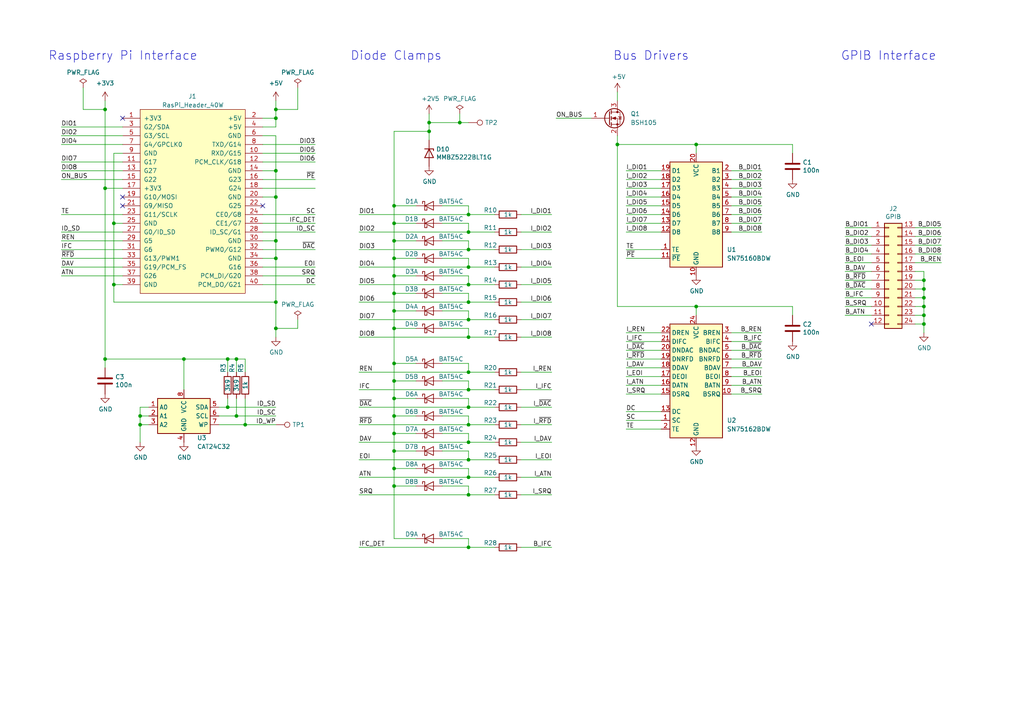
<source format=kicad_sch>
(kicad_sch (version 20211123) (generator eeschema)
  (paper "A4")
  (title_block (title "Raspberry Pi GPIB µHAT") (date "2019-05-17") (rev "0.2") (company "© 2022 Sam Hanes. Licensed under CERN OHL v1.2.") (comment 1 "https://github.com/Elemecca/rpi-gpib"))
  (lib_symbols
    (symbol "Connector:TestPoint" (pin_numbers hide) (pin_names (offset 0.762) hide)
      (property "Reference" "TP" (at 0 6.858 0))
      (property "Value" "TestPoint" (at 0 5.08 0))
      (symbol "TestPoint_1_1"
        (pin passive line (at 0 0 90) (length 2.54) (name "1") (number "1"))
      )
    )
    (symbol "Connector_Generic:Conn_02x12_Top_Bottom" (pin_names (offset 1.016) hide)
      (property "Reference" "J" (at 1.27 15.24 0))
      (property "Value" "Conn_02x12_Top_Bottom" (at 1.27 -17.78 0))
      (symbol "Conn_02x12_Top_Bottom_1_1"
        (pin passive line (at -5.08 12.7 0) (length 3.81) (name "Pin_1") (number "1"))
        (pin passive line (at -5.08 -10.16 0) (length 3.81) (name "Pin_10") (number "10"))
        (pin passive line (at -5.08 -12.7 0) (length 3.81) (name "Pin_11") (number "11"))
        (pin passive line (at -5.08 -15.24 0) (length 3.81) (name "Pin_12") (number "12"))
        (pin passive line (at 7.62 12.7 180) (length 3.81) (name "Pin_13") (number "13"))
        (pin passive line (at 7.62 10.16 180) (length 3.81) (name "Pin_14") (number "14"))
        (pin passive line (at 7.62 7.62 180) (length 3.81) (name "Pin_15") (number "15"))
        (pin passive line (at 7.62 5.08 180) (length 3.81) (name "Pin_16") (number "16"))
        (pin passive line (at 7.62 2.54 180) (length 3.81) (name "Pin_17") (number "17"))
        (pin passive line (at 7.62 0 180) (length 3.81) (name "Pin_18") (number "18"))
        (pin passive line (at 7.62 -2.54 180) (length 3.81) (name "Pin_19") (number "19"))
        (pin passive line (at -5.08 10.16 0) (length 3.81) (name "Pin_2") (number "2"))
        (pin passive line (at 7.62 -5.08 180) (length 3.81) (name "Pin_20") (number "20"))
        (pin passive line (at 7.62 -7.62 180) (length 3.81) (name "Pin_21") (number "21"))
        (pin passive line (at 7.62 -10.16 180) (length 3.81) (name "Pin_22") (number "22"))
        (pin passive line (at 7.62 -12.7 180) (length 3.81) (name "Pin_23") (number "23"))
        (pin passive line (at 7.62 -15.24 180) (length 3.81) (name "Pin_24") (number "24"))
        (pin passive line (at -5.08 7.62 0) (length 3.81) (name "Pin_3") (number "3"))
        (pin passive line (at -5.08 5.08 0) (length 3.81) (name "Pin_4") (number "4"))
        (pin passive line (at -5.08 2.54 0) (length 3.81) (name "Pin_5") (number "5"))
        (pin passive line (at -5.08 0 0) (length 3.81) (name "Pin_6") (number "6"))
        (pin passive line (at -5.08 -2.54 0) (length 3.81) (name "Pin_7") (number "7"))
        (pin passive line (at -5.08 -5.08 0) (length 3.81) (name "Pin_8") (number "8"))
        (pin passive line (at -5.08 -7.62 0) (length 3.81) (name "Pin_9") (number "9"))
      )
    )
    (symbol "Device:C" (pin_numbers hide) (pin_names (offset 0.254))
      (property "Reference" "C" (at 0.635 2.54 0))
      (property "Value" "C" (at 0.635 -2.54 0))
      (symbol "C_1_1"
        (pin passive line (at 0 3.81 270) (length 2.794) (name "~") (number "1"))
        (pin passive line (at 0 -3.81 90) (length 2.794) (name "~") (number "2"))
      )
    )
    (symbol "Device:D_Zener" (pin_numbers hide) (pin_names (offset 1.016) hide)
      (property "Reference" "D" (at 0 2.54 0))
      (property "Value" "D_Zener" (at 0 -2.54 0))
      (symbol "D_Zener_1_1"
        (pin passive line (at -3.81 0 0) (length 2.54) (name "K") (number "1"))
        (pin passive line (at 3.81 0 180) (length 2.54) (name "A") (number "2"))
      )
    )
    (symbol "Device:R" (pin_numbers hide) (pin_names (offset 0))
      (property "Reference" "R" (at 2.032 0 90))
      (property "Value" "R" (at 0 0 90))
      (symbol "R_1_1"
        (pin passive line (at 0 3.81 270) (length 1.27) (name "~") (number "1"))
        (pin passive line (at 0 -3.81 90) (length 1.27) (name "~") (number "2"))
      )
    )
    (symbol "Interface:SN75160BDW"
      (property "Reference" "U" (at -3.81 19.05 0))
      (property "Value" "SN75160BDW" (at -8.89 16.51 0))
      (symbol "SN75160BDW_1_1"
        (pin input line (at -10.16 -10.16 0) (length 2.54) (name "TE") (number "1"))
        (pin power_in line (at 0 -17.78 90) (length 2.54) (name "GND") (number "10"))
        (pin input line (at -10.16 -12.7 0) (length 2.54) (name "~{PE}") (number "11"))
        (pin bidirectional line (at -10.16 -5.08 0) (length 2.54) (name "D8") (number "12"))
        (pin bidirectional line (at -10.16 -2.54 0) (length 2.54) (name "D7") (number "13"))
        (pin bidirectional line (at -10.16 0 0) (length 2.54) (name "D6") (number "14"))
        (pin bidirectional line (at -10.16 2.54 0) (length 2.54) (name "D5") (number "15"))
        (pin bidirectional line (at -10.16 5.08 0) (length 2.54) (name "D4") (number "16"))
        (pin bidirectional line (at -10.16 7.62 0) (length 2.54) (name "D3") (number "17"))
        (pin bidirectional line (at -10.16 10.16 0) (length 2.54) (name "D2") (number "18"))
        (pin bidirectional line (at -10.16 12.7 0) (length 2.54) (name "D1") (number "19"))
        (pin bidirectional line (at 10.16 12.7 180) (length 2.54) (name "B1") (number "2"))
        (pin power_in line (at 0 17.78 270) (length 2.54) (name "VCC") (number "20"))
        (pin bidirectional line (at 10.16 10.16 180) (length 2.54) (name "B2") (number "3"))
        (pin bidirectional line (at 10.16 7.62 180) (length 2.54) (name "B3") (number "4"))
        (pin bidirectional line (at 10.16 5.08 180) (length 2.54) (name "B4") (number "5"))
        (pin bidirectional line (at 10.16 2.54 180) (length 2.54) (name "B5") (number "6"))
        (pin bidirectional line (at 10.16 0 180) (length 2.54) (name "B6") (number "7"))
        (pin bidirectional line (at 10.16 -2.54 180) (length 2.54) (name "B7") (number "8"))
        (pin bidirectional line (at 10.16 -5.08 180) (length 2.54) (name "B8") (number "9"))
      )
    )
    (symbol "Memory_EEPROM:CAT24C128"
      (property "Reference" "U" (at -6.35 6.35 0))
      (property "Value" "CAT24C128" (at 1.27 6.35 0))
      (symbol "CAT24C128_1_1"
        (pin input line (at -10.16 2.54 0) (length 2.54) (name "A0") (number "1"))
        (pin input line (at -10.16 0 0) (length 2.54) (name "A1") (number "2"))
        (pin input line (at -10.16 -2.54 0) (length 2.54) (name "A2") (number "3"))
        (pin power_in line (at 0 -7.62 90) (length 2.54) (name "GND") (number "4"))
        (pin bidirectional line (at 10.16 2.54 180) (length 2.54) (name "SDA") (number "5"))
        (pin input line (at 10.16 0 180) (length 2.54) (name "SCL") (number "6"))
        (pin input line (at 10.16 -2.54 180) (length 2.54) (name "WP") (number "7"))
        (pin power_in line (at 0 7.62 270) (length 2.54) (name "VCC") (number "8"))
      )
    )
    (symbol "Transistor_FET:BSS138" (pin_names hide)
      (property "Reference" "Q" (at 5.08 1.905 0))
      (property "Value" "BSS138" (at 5.08 0 0))
      (symbol "BSS138_1_1"
        (pin input line (at -5.08 0 0) (length 2.54) (name "G") (number "1"))
        (pin passive line (at 2.54 -5.08 90) (length 2.54) (name "S") (number "2"))
        (pin passive line (at 2.54 5.08 270) (length 2.54) (name "D") (number "3"))
      )
    )
    (symbol "local:D_Schottky_x2_KCom_AAK_Split" (pin_numbers hide) (pin_names (offset 1.016) hide)
      (property "Reference" "D" (at 0 2.54 0))
      (property "Value" "D_Schottky_x2_KCom_AAK_Split" (at 0 -2.54 0))
      (symbol "D_Schottky_x2_KCom_AAK_Split_1_1"
        (pin passive line (at 3.81 0 180) (length 2.54) (name "A") (number "1"))
        (pin passive line (at -3.81 0 0) (length 2.54) (name "K") (number "3"))
      )
      (symbol "D_Schottky_x2_KCom_AAK_Split_2_1"
        (pin passive line (at 3.81 0 180) (length 2.54) (name "A") (number "2"))
        (pin passive line (at -3.81 0 0) (length 2.54) (name "K") (number "3"))
      )
    )
    (symbol "local:RasPi_Header_40W" (pin_names (offset 1.016))
      (property "Reference" "J" (at 0 12.7 0))
      (property "Value" "RasPi_Header_40W" (at 0 -45.72 0))
      (symbol "RasPi_Header_40W_1_1"
        (pin passive line (at -20.32 7.62 0) (length 5.08) (name "+3V3") (number "1"))
        (pin tri_state line (at 20.32 -2.54 180) (length 5.08) (name "RXD/G15") (number "10"))
        (pin tri_state line (at -20.32 -5.08 0) (length 5.08) (name "G17") (number "11"))
        (pin tri_state line (at 20.32 -5.08 180) (length 5.08) (name "PCM_CLK/G18") (number "12"))
        (pin tri_state line (at -20.32 -7.62 0) (length 5.08) (name "G27") (number "13"))
        (pin passive line (at 20.32 -7.62 180) (length 5.08) (name "GND") (number "14"))
        (pin tri_state line (at -20.32 -10.16 0) (length 5.08) (name "G22") (number "15"))
        (pin tri_state line (at 20.32 -10.16 180) (length 5.08) (name "G23") (number "16"))
        (pin passive line (at -20.32 -12.7 0) (length 5.08) (name "+3V3") (number "17"))
        (pin tri_state line (at 20.32 -12.7 180) (length 5.08) (name "G24") (number "18"))
        (pin tri_state line (at -20.32 -15.24 0) (length 5.08) (name "G10/MOSI") (number "19"))
        (pin passive line (at 20.32 7.62 180) (length 5.08) (name "+5V") (number "2"))
        (pin passive line (at 20.32 -15.24 180) (length 5.08) (name "GND") (number "20"))
        (pin tri_state line (at -20.32 -17.78 0) (length 5.08) (name "G9/MISO") (number "21"))
        (pin tri_state line (at 20.32 -17.78 180) (length 5.08) (name "G25") (number "22"))
        (pin tri_state line (at -20.32 -20.32 0) (length 5.08) (name "G11/SCLK") (number "23"))
        (pin tri_state line (at 20.32 -20.32 180) (length 5.08) (name "CE0/G8") (number "24"))
        (pin passive line (at -20.32 -22.86 0) (length 5.08) (name "GND") (number "25"))
        (pin tri_state line (at 20.32 -22.86 180) (length 5.08) (name "CE1/G7") (number "26"))
        (pin tri_state line (at -20.32 -25.4 0) (length 5.08) (name "G0/ID_SD") (number "27"))
        (pin tri_state line (at 20.32 -25.4 180) (length 5.08) (name "ID_SC/G1") (number "28"))
        (pin tri_state line (at -20.32 -27.94 0) (length 5.08) (name "G5") (number "29"))
        (pin tri_state line (at -20.32 5.08 0) (length 5.08) (name "G2/SDA") (number "3"))
        (pin passive line (at 20.32 -27.94 180) (length 5.08) (name "GND") (number "30"))
        (pin tri_state line (at -20.32 -30.48 0) (length 5.08) (name "G6") (number "31"))
        (pin tri_state line (at 20.32 -30.48 180) (length 5.08) (name "PWM0/G12") (number "32"))
        (pin tri_state line (at -20.32 -33.02 0) (length 5.08) (name "G13/PWM1") (number "33"))
        (pin passive line (at 20.32 -33.02 180) (length 5.08) (name "GND") (number "34"))
        (pin tri_state line (at -20.32 -35.56 0) (length 5.08) (name "G19/PCM_FS") (number "35"))
        (pin tri_state line (at 20.32 -35.56 180) (length 5.08) (name "G16") (number "36"))
        (pin tri_state line (at -20.32 -38.1 0) (length 5.08) (name "G26") (number "37"))
        (pin tri_state line (at 20.32 -38.1 180) (length 5.08) (name "PCM_DI/G20") (number "38"))
        (pin passive line (at -20.32 -40.64 0) (length 5.08) (name "GND") (number "39"))
        (pin passive line (at 20.32 5.08 180) (length 5.08) (name "+5V") (number "4"))
        (pin tri_state line (at 20.32 -40.64 180) (length 5.08) (name "PCM_DO/G21") (number "40"))
        (pin tri_state line (at -20.32 2.54 0) (length 5.08) (name "G3/SCL") (number "5"))
        (pin passive line (at 20.32 2.54 180) (length 5.08) (name "GND") (number "6"))
        (pin tri_state line (at -20.32 0 0) (length 5.08) (name "G4/GPCLK0") (number "7"))
        (pin tri_state line (at 20.32 0 180) (length 5.08) (name "TXD/G14") (number "8"))
        (pin passive line (at -20.32 -2.54 0) (length 5.08) (name "GND") (number "9"))
      )
    )
    (symbol "local:SN75162BDW"
      (property "Reference" "U" (at -3.81 19.05 0))
      (property "Value" "SN75162BDW" (at -8.89 16.51 0))
      (symbol "SN75162BDW_1_1"
        (pin input line (at -10.16 -12.7 0) (length 2.54) (name "SC") (number "1"))
        (pin bidirectional line (at 10.16 -5.08 180) (length 2.54) (name "BSRQ") (number "10"))
        (pin no_connect line (at 10.16 -10.16 180) (length 2.54) hide (name "~") (number "11"))
        (pin power_in line (at 0 -20.32 90) (length 2.54) (name "GND") (number "12"))
        (pin input line (at -10.16 -10.16 0) (length 2.54) (name "DC") (number "13"))
        (pin no_connect line (at 10.16 -12.7 180) (length 2.54) hide (name "~") (number "14"))
        (pin bidirectional line (at -10.16 -5.08 0) (length 2.54) (name "DSRQ") (number "15"))
        (pin bidirectional line (at -10.16 -2.54 0) (length 2.54) (name "DATN") (number "16"))
        (pin bidirectional line (at -10.16 0 0) (length 2.54) (name "DEOI") (number "17"))
        (pin bidirectional line (at -10.16 2.54 0) (length 2.54) (name "DDAV") (number "18"))
        (pin bidirectional line (at -10.16 5.08 0) (length 2.54) (name "DNRFD") (number "19"))
        (pin input line (at -10.16 -15.24 0) (length 2.54) (name "TE") (number "2"))
        (pin bidirectional line (at -10.16 7.62 0) (length 2.54) (name "DNDAC") (number "20"))
        (pin bidirectional line (at -10.16 10.16 0) (length 2.54) (name "DIFC") (number "21"))
        (pin bidirectional line (at -10.16 12.7 0) (length 2.54) (name "DREN") (number "22"))
        (pin no_connect line (at 10.16 -15.24 180) (length 2.54) hide (name "~") (number "23"))
        (pin power_in line (at 0 17.78 270) (length 2.54) (name "VCC") (number "24"))
        (pin bidirectional line (at 10.16 12.7 180) (length 2.54) (name "BREN") (number "3"))
        (pin bidirectional line (at 10.16 10.16 180) (length 2.54) (name "BIFC") (number "4"))
        (pin bidirectional line (at 10.16 7.62 180) (length 2.54) (name "BNDAC") (number "5"))
        (pin bidirectional line (at 10.16 5.08 180) (length 2.54) (name "BNRFD") (number "6"))
        (pin bidirectional line (at 10.16 2.54 180) (length 2.54) (name "BDAV") (number "7"))
        (pin bidirectional line (at 10.16 0 180) (length 2.54) (name "BEOI") (number "8"))
        (pin bidirectional line (at 10.16 -2.54 180) (length 2.54) (name "BATN") (number "9"))
      )
    )
    (symbol "power:+2V5" (power) (pin_names (offset 0))
      (property "Value" "+2V5" (at 0 3.556 0))
      (symbol "+2V5_1_1"
        (pin power_in line (at 0 0 90) (length 0) hide (name "+2V5") (number "1"))
      )
    )
    (symbol "power:+3V3" (power) (pin_names (offset 0))
      (property "Value" "+3V3" (at 0 3.556 0))
      (symbol "+3V3_1_1"
        (pin power_in line (at 0 0 90) (length 0) hide (name "+3V3") (number "1"))
      )
    )
    (symbol "power:+5V" (power) (pin_names (offset 0))
      (property "Value" "+5V" (at 0 3.556 0))
      (symbol "+5V_1_1"
        (pin power_in line (at 0 0 90) (length 0) hide (name "+5V") (number "1"))
      )
    )
    (symbol "power:GND" (power) (pin_names (offset 0))
      (property "Value" "GND" (at 0 -3.81 0))
      (symbol "GND_1_1"
        (pin power_in line (at 0 0 270) (length 0) hide (name "GND") (number "1"))
      )
    )
    (symbol "power:PWR_FLAG" (power) (pin_numbers hide) (pin_names (offset 0) hide)
      (property "Value" "PWR_FLAG" (at 0 3.81 0))
      (symbol "PWR_FLAG_0_0"
        (pin power_out line (at 0 0 90) (length 0) (name "pwr") (number "1"))
      )
    )
  )
  (junction (at 33.02 64.77))
  (junction (at 40.64 120.65))
  (junction (at 80.01 57.15))
  (junction (at 135.89 97.79))
  (junction (at 267.97 86.36))
  (junction (at 135.89 113.03))
  (junction (at 135.89 62.23))
  (junction (at 133.35 35.56))
  (junction (at 124.46 35.56))
  (junction (at 30.48 31.75))
  (junction (at 135.89 107.95))
  (junction (at 114.3 85.09))
  (junction (at 114.3 59.69))
  (junction (at 66.04 104.14))
  (junction (at 135.89 87.63))
  (junction (at 267.97 88.9))
  (junction (at 114.3 135.89))
  (junction (at 201.93 88.9))
  (junction (at 80.01 69.85))
  (junction (at 114.3 125.73))
  (junction (at 201.93 41.91))
  (junction (at 135.89 123.19))
  (junction (at 80.01 34.29))
  (junction (at 53.34 104.14))
  (junction (at 267.97 91.44))
  (junction (at 80.01 49.53))
  (junction (at 267.97 93.98))
  (junction (at 80.01 87.63))
  (junction (at 135.89 143.51))
  (junction (at 33.02 82.55))
  (junction (at 114.3 130.81))
  (junction (at 114.3 80.01))
  (junction (at 66.04 118.11))
  (junction (at 124.46 38.1))
  (junction (at 68.58 120.65))
  (junction (at 80.01 95.25))
  (junction (at 135.89 133.35))
  (junction (at 179.07 41.91))
  (junction (at 114.3 140.97))
  (junction (at 80.01 74.93))
  (junction (at 68.58 104.14))
  (junction (at 135.89 82.55))
  (junction (at 135.89 138.43))
  (junction (at 30.48 54.61))
  (junction (at 135.89 158.75))
  (junction (at 114.3 69.85))
  (junction (at 40.64 123.19))
  (junction (at 135.89 128.27))
  (junction (at 114.3 95.25))
  (junction (at 267.97 81.28))
  (junction (at 71.12 123.19))
  (junction (at 114.3 105.41))
  (junction (at 114.3 64.77))
  (junction (at 114.3 120.65))
  (junction (at 80.01 31.75))
  (junction (at 135.89 72.39))
  (junction (at 135.89 77.47))
  (junction (at 135.89 118.11))
  (junction (at 114.3 115.57))
  (junction (at 114.3 110.49))
  (junction (at 135.89 92.71))
  (junction (at 114.3 74.93))
  (junction (at 267.97 83.82))
  (junction (at 135.89 67.31))
  (junction (at 114.3 90.17))
  (junction (at 30.48 104.14))
  (no_connect (at 252.73 93.98))
  (no_connect (at 35.56 34.29))
  (no_connect (at 76.2 59.69))
  (no_connect (at 35.56 59.69))
  (no_connect (at 35.56 57.15))
  (wire (pts (xy 24.13 25.4) (xy 24.13 31.75)))
  (wire (pts (xy 104.14 138.43) (xy 135.89 138.43)))
  (wire (pts (xy 114.3 135.89) (xy 114.3 140.97)))
  (wire (pts (xy 212.09 49.53) (xy 220.98 49.53)))
  (wire (pts (xy 104.14 67.31) (xy 135.89 67.31)))
  (wire (pts (xy 114.3 85.09) (xy 114.3 90.17)))
  (wire (pts (xy 104.14 92.71) (xy 135.89 92.71)))
  (wire (pts (xy 135.89 107.95) (xy 143.51 107.95)))
  (wire (pts (xy 212.09 99.06) (xy 220.98 99.06)))
  (wire (pts (xy 128.27 74.93) (xy 135.89 74.93)))
  (wire (pts (xy 212.09 96.52) (xy 220.98 96.52)))
  (wire (pts (xy 80.01 31.75) (xy 80.01 34.29)))
  (wire (pts (xy 120.65 125.73) (xy 114.3 125.73)))
  (wire (pts (xy 63.5 120.65) (xy 68.58 120.65)))
  (wire (pts (xy 135.89 95.25) (xy 135.89 97.79)))
  (wire (pts (xy 135.89 118.11) (xy 143.51 118.11)))
  (wire (pts (xy 76.2 77.47) (xy 91.44 77.47)))
  (wire (pts (xy 135.89 158.75) (xy 143.51 158.75)))
  (wire (pts (xy 120.65 90.17) (xy 114.3 90.17)))
  (wire (pts (xy 128.27 110.49) (xy 135.89 110.49)))
  (wire (pts (xy 76.2 52.07) (xy 91.44 52.07)))
  (wire (pts (xy 76.2 67.31) (xy 91.44 67.31)))
  (wire (pts (xy 135.89 82.55) (xy 143.51 82.55)))
  (wire (pts (xy 120.65 85.09) (xy 114.3 85.09)))
  (wire (pts (xy 135.89 72.39) (xy 143.51 72.39)))
  (wire (pts (xy 135.89 69.85) (xy 135.89 72.39)))
  (wire (pts (xy 181.61 62.23) (xy 191.77 62.23)))
  (wire (pts (xy 80.01 39.37) (xy 80.01 49.53)))
  (wire (pts (xy 265.43 68.58) (xy 273.05 68.58)))
  (wire (pts (xy 40.64 118.11) (xy 40.64 120.65)))
  (wire (pts (xy 151.13 143.51) (xy 160.02 143.51)))
  (wire (pts (xy 191.77 111.76) (xy 181.61 111.76)))
  (wire (pts (xy 181.61 67.31) (xy 191.77 67.31)))
  (wire (pts (xy 265.43 88.9) (xy 267.97 88.9)))
  (wire (pts (xy 33.02 82.55) (xy 33.02 87.63)))
  (wire (pts (xy 151.13 133.35) (xy 160.02 133.35)))
  (wire (pts (xy 40.64 120.65) (xy 40.64 123.19)))
  (wire (pts (xy 252.73 66.04) (xy 245.11 66.04)))
  (wire (pts (xy 17.78 36.83) (xy 35.56 36.83)))
  (wire (pts (xy 267.97 91.44) (xy 267.97 93.98)))
  (wire (pts (xy 128.27 85.09) (xy 135.89 85.09)))
  (wire (pts (xy 76.2 34.29) (xy 80.01 34.29)))
  (wire (pts (xy 40.64 123.19) (xy 40.64 128.27)))
  (wire (pts (xy 76.2 41.91) (xy 91.44 41.91)))
  (wire (pts (xy 135.89 133.35) (xy 143.51 133.35)))
  (wire (pts (xy 124.46 35.56) (xy 124.46 33.02)))
  (wire (pts (xy 76.2 57.15) (xy 80.01 57.15)))
  (wire (pts (xy 191.77 119.38) (xy 181.61 119.38)))
  (wire (pts (xy 252.73 71.12) (xy 245.11 71.12)))
  (wire (pts (xy 212.09 106.68) (xy 220.98 106.68)))
  (wire (pts (xy 128.27 80.01) (xy 135.89 80.01)))
  (wire (pts (xy 135.89 87.63) (xy 143.51 87.63)))
  (wire (pts (xy 201.93 88.9) (xy 201.93 91.44)))
  (wire (pts (xy 252.73 68.58) (xy 245.11 68.58)))
  (wire (pts (xy 181.61 74.93) (xy 191.77 74.93)))
  (wire (pts (xy 212.09 114.3) (xy 220.98 114.3)))
  (wire (pts (xy 76.2 36.83) (xy 80.01 36.83)))
  (wire (pts (xy 114.3 38.1) (xy 124.46 38.1)))
  (wire (pts (xy 128.27 130.81) (xy 135.89 130.81)))
  (wire (pts (xy 135.89 92.71) (xy 143.51 92.71)))
  (wire (pts (xy 179.07 41.91) (xy 201.93 41.91)))
  (wire (pts (xy 80.01 87.63) (xy 80.01 95.25)))
  (wire (pts (xy 212.09 59.69) (xy 220.98 59.69)))
  (wire (pts (xy 252.73 83.82) (xy 245.11 83.82)))
  (wire (pts (xy 33.02 64.77) (xy 33.02 82.55)))
  (wire (pts (xy 35.56 44.45) (xy 33.02 44.45)))
  (wire (pts (xy 135.89 138.43) (xy 143.51 138.43)))
  (wire (pts (xy 71.12 123.19) (xy 71.12 115.57)))
  (wire (pts (xy 76.2 80.01) (xy 91.44 80.01)))
  (wire (pts (xy 135.89 123.19) (xy 143.51 123.19)))
  (wire (pts (xy 66.04 118.11) (xy 66.04 115.57)))
  (wire (pts (xy 76.2 46.99) (xy 91.44 46.99)))
  (wire (pts (xy 212.09 64.77) (xy 220.98 64.77)))
  (wire (pts (xy 17.78 62.23) (xy 35.56 62.23)))
  (wire (pts (xy 80.01 29.21) (xy 80.01 31.75)))
  (wire (pts (xy 104.14 133.35) (xy 135.89 133.35)))
  (wire (pts (xy 151.13 128.27) (xy 160.02 128.27)))
  (wire (pts (xy 151.13 107.95) (xy 160.02 107.95)))
  (wire (pts (xy 265.43 71.12) (xy 273.05 71.12)))
  (wire (pts (xy 252.73 88.9) (xy 245.11 88.9)))
  (wire (pts (xy 229.87 44.45) (xy 229.87 41.91)))
  (wire (pts (xy 68.58 104.14) (xy 71.12 104.14)))
  (wire (pts (xy 135.89 135.89) (xy 135.89 138.43)))
  (wire (pts (xy 114.3 120.65) (xy 114.3 125.73)))
  (wire (pts (xy 104.14 97.79) (xy 135.89 97.79)))
  (wire (pts (xy 80.01 74.93) (xy 80.01 87.63)))
  (wire (pts (xy 33.02 44.45) (xy 33.02 64.77)))
  (wire (pts (xy 114.3 130.81) (xy 114.3 135.89)))
  (wire (pts (xy 104.14 82.55) (xy 135.89 82.55)))
  (wire (pts (xy 114.3 140.97) (xy 114.3 156.21)))
  (wire (pts (xy 212.09 54.61) (xy 220.98 54.61)))
  (wire (pts (xy 135.89 110.49) (xy 135.89 113.03)))
  (wire (pts (xy 114.3 90.17) (xy 114.3 95.25)))
  (wire (pts (xy 151.13 118.11) (xy 160.02 118.11)))
  (wire (pts (xy 191.77 124.46) (xy 181.61 124.46)))
  (wire (pts (xy 181.61 57.15) (xy 191.77 57.15)))
  (wire (pts (xy 181.61 64.77) (xy 191.77 64.77)))
  (wire (pts (xy 212.09 109.22) (xy 220.98 109.22)))
  (wire (pts (xy 120.65 74.93) (xy 114.3 74.93)))
  (wire (pts (xy 35.56 64.77) (xy 33.02 64.77)))
  (wire (pts (xy 120.65 105.41) (xy 114.3 105.41)))
  (wire (pts (xy 191.77 114.3) (xy 181.61 114.3)))
  (wire (pts (xy 128.27 64.77) (xy 135.89 64.77)))
  (wire (pts (xy 179.07 88.9) (xy 201.93 88.9)))
  (wire (pts (xy 40.64 120.65) (xy 43.18 120.65)))
  (wire (pts (xy 212.09 57.15) (xy 220.98 57.15)))
  (wire (pts (xy 80.01 31.75) (xy 86.36 31.75)))
  (wire (pts (xy 114.3 115.57) (xy 114.3 120.65)))
  (wire (pts (xy 135.89 113.03) (xy 143.51 113.03)))
  (wire (pts (xy 229.87 41.91) (xy 201.93 41.91)))
  (wire (pts (xy 68.58 120.65) (xy 80.01 120.65)))
  (wire (pts (xy 30.48 106.68) (xy 30.48 104.14)))
  (wire (pts (xy 17.78 41.91) (xy 35.56 41.91)))
  (wire (pts (xy 104.14 87.63) (xy 135.89 87.63)))
  (wire (pts (xy 76.2 44.45) (xy 91.44 44.45)))
  (wire (pts (xy 191.77 106.68) (xy 181.61 106.68)))
  (wire (pts (xy 181.61 49.53) (xy 191.77 49.53)))
  (wire (pts (xy 128.27 156.21) (xy 135.89 156.21)))
  (wire (pts (xy 265.43 91.44) (xy 267.97 91.44)))
  (wire (pts (xy 114.3 74.93) (xy 114.3 80.01)))
  (wire (pts (xy 128.27 105.41) (xy 135.89 105.41)))
  (wire (pts (xy 252.73 91.44) (xy 245.11 91.44)))
  (wire (pts (xy 76.2 82.55) (xy 91.44 82.55)))
  (wire (pts (xy 114.3 125.73) (xy 114.3 130.81)))
  (wire (pts (xy 120.65 59.69) (xy 114.3 59.69)))
  (wire (pts (xy 120.65 120.65) (xy 114.3 120.65)))
  (wire (pts (xy 151.13 158.75) (xy 160.02 158.75)))
  (wire (pts (xy 40.64 123.19) (xy 43.18 123.19)))
  (wire (pts (xy 151.13 62.23) (xy 160.02 62.23)))
  (wire (pts (xy 68.58 107.95) (xy 68.58 104.14)))
  (wire (pts (xy 76.2 64.77) (xy 91.44 64.77)))
  (wire (pts (xy 128.27 69.85) (xy 135.89 69.85)))
  (wire (pts (xy 104.14 77.47) (xy 135.89 77.47)))
  (wire (pts (xy 212.09 104.14) (xy 220.98 104.14)))
  (wire (pts (xy 30.48 54.61) (xy 30.48 104.14)))
  (wire (pts (xy 114.3 110.49) (xy 114.3 115.57)))
  (wire (pts (xy 66.04 118.11) (xy 80.01 118.11)))
  (wire (pts (xy 76.2 74.93) (xy 80.01 74.93)))
  (wire (pts (xy 252.73 81.28) (xy 245.11 81.28)))
  (wire (pts (xy 53.34 113.03) (xy 53.34 104.14)))
  (wire (pts (xy 161.29 34.29) (xy 171.45 34.29)))
  (wire (pts (xy 151.13 113.03) (xy 160.02 113.03)))
  (wire (pts (xy 135.89 62.23) (xy 143.51 62.23)))
  (wire (pts (xy 151.13 77.47) (xy 160.02 77.47)))
  (wire (pts (xy 265.43 83.82) (xy 267.97 83.82)))
  (wire (pts (xy 17.78 74.93) (xy 35.56 74.93)))
  (wire (pts (xy 68.58 120.65) (xy 68.58 115.57)))
  (wire (pts (xy 124.46 38.1) (xy 124.46 35.56)))
  (wire (pts (xy 76.2 72.39) (xy 91.44 72.39)))
  (wire (pts (xy 135.89 97.79) (xy 143.51 97.79)))
  (wire (pts (xy 76.2 69.85) (xy 80.01 69.85)))
  (wire (pts (xy 135.89 74.93) (xy 135.89 77.47)))
  (wire (pts (xy 135.89 128.27) (xy 143.51 128.27)))
  (wire (pts (xy 135.89 120.65) (xy 135.89 123.19)))
  (wire (pts (xy 76.2 49.53) (xy 80.01 49.53)))
  (wire (pts (xy 212.09 111.76) (xy 220.98 111.76)))
  (wire (pts (xy 135.89 77.47) (xy 143.51 77.47)))
  (wire (pts (xy 124.46 38.1) (xy 124.46 40.64)))
  (wire (pts (xy 128.27 115.57) (xy 135.89 115.57)))
  (wire (pts (xy 135.89 143.51) (xy 143.51 143.51)))
  (wire (pts (xy 30.48 31.75) (xy 24.13 31.75)))
  (wire (pts (xy 63.5 123.19) (xy 71.12 123.19)))
  (wire (pts (xy 135.89 125.73) (xy 135.89 128.27)))
  (wire (pts (xy 265.43 78.74) (xy 267.97 78.74)))
  (wire (pts (xy 135.89 67.31) (xy 143.51 67.31)))
  (wire (pts (xy 114.3 140.97) (xy 120.65 140.97)))
  (wire (pts (xy 229.87 91.44) (xy 229.87 88.9)))
  (wire (pts (xy 128.27 59.69) (xy 135.89 59.69)))
  (wire (pts (xy 76.2 54.61) (xy 91.44 54.61)))
  (wire (pts (xy 120.65 110.49) (xy 114.3 110.49)))
  (wire (pts (xy 104.14 158.75) (xy 135.89 158.75)))
  (wire (pts (xy 151.13 87.63) (xy 160.02 87.63)))
  (wire (pts (xy 151.13 123.19) (xy 160.02 123.19)))
  (wire (pts (xy 179.07 39.37) (xy 179.07 41.91)))
  (wire (pts (xy 30.48 104.14) (xy 53.34 104.14)))
  (wire (pts (xy 71.12 123.19) (xy 80.01 123.19)))
  (wire (pts (xy 120.65 135.89) (xy 114.3 135.89)))
  (wire (pts (xy 76.2 39.37) (xy 80.01 39.37)))
  (wire (pts (xy 191.77 99.06) (xy 181.61 99.06)))
  (wire (pts (xy 33.02 87.63) (xy 80.01 87.63)))
  (wire (pts (xy 17.78 46.99) (xy 35.56 46.99)))
  (wire (pts (xy 80.01 95.25) (xy 86.36 95.25)))
  (wire (pts (xy 265.43 93.98) (xy 267.97 93.98)))
  (wire (pts (xy 179.07 26.67) (xy 179.07 29.21)))
  (wire (pts (xy 128.27 140.97) (xy 135.89 140.97)))
  (wire (pts (xy 133.35 35.56) (xy 133.35 33.02)))
  (wire (pts (xy 114.3 69.85) (xy 114.3 74.93)))
  (wire (pts (xy 201.93 88.9) (xy 229.87 88.9)))
  (wire (pts (xy 80.01 57.15) (xy 80.01 69.85)))
  (wire (pts (xy 86.36 92.71) (xy 86.36 95.25)))
  (wire (pts (xy 66.04 107.95) (xy 66.04 104.14)))
  (wire (pts (xy 265.43 73.66) (xy 273.05 73.66)))
  (wire (pts (xy 86.36 31.75) (xy 86.36 25.4)))
  (wire (pts (xy 120.65 115.57) (xy 114.3 115.57)))
  (wire (pts (xy 104.14 143.51) (xy 135.89 143.51)))
  (wire (pts (xy 191.77 104.14) (xy 181.61 104.14)))
  (wire (pts (xy 191.77 101.6) (xy 181.61 101.6)))
  (wire (pts (xy 267.97 78.74) (xy 267.97 81.28)))
  (wire (pts (xy 120.65 64.77) (xy 114.3 64.77)))
  (wire (pts (xy 114.3 156.21) (xy 120.65 156.21)))
  (wire (pts (xy 43.18 118.11) (xy 40.64 118.11)))
  (wire (pts (xy 135.89 80.01) (xy 135.89 82.55)))
  (wire (pts (xy 135.89 64.77) (xy 135.89 67.31)))
  (wire (pts (xy 128.27 135.89) (xy 135.89 135.89)))
  (wire (pts (xy 135.89 105.41) (xy 135.89 107.95)))
  (wire (pts (xy 114.3 59.69) (xy 114.3 64.77)))
  (wire (pts (xy 104.14 72.39) (xy 135.89 72.39)))
  (wire (pts (xy 104.14 118.11) (xy 135.89 118.11)))
  (wire (pts (xy 252.73 86.36) (xy 245.11 86.36)))
  (wire (pts (xy 128.27 125.73) (xy 135.89 125.73)))
  (wire (pts (xy 135.89 156.21) (xy 135.89 158.75)))
  (wire (pts (xy 114.3 64.77) (xy 114.3 69.85)))
  (wire (pts (xy 252.73 73.66) (xy 245.11 73.66)))
  (wire (pts (xy 212.09 62.23) (xy 220.98 62.23)))
  (wire (pts (xy 191.77 109.22) (xy 181.61 109.22)))
  (wire (pts (xy 104.14 62.23) (xy 135.89 62.23)))
  (wire (pts (xy 17.78 39.37) (xy 35.56 39.37)))
  (wire (pts (xy 114.3 105.41) (xy 114.3 110.49)))
  (wire (pts (xy 212.09 67.31) (xy 220.98 67.31)))
  (wire (pts (xy 104.14 123.19) (xy 135.89 123.19)))
  (wire (pts (xy 267.97 93.98) (xy 267.97 96.52)))
  (wire (pts (xy 76.2 62.23) (xy 91.44 62.23)))
  (wire (pts (xy 35.56 82.55) (xy 33.02 82.55)))
  (wire (pts (xy 120.65 130.81) (xy 114.3 130.81)))
  (wire (pts (xy 179.07 41.91) (xy 179.07 88.9)))
  (wire (pts (xy 201.93 44.45) (xy 201.93 41.91)))
  (wire (pts (xy 128.27 95.25) (xy 135.89 95.25)))
  (wire (pts (xy 114.3 80.01) (xy 114.3 85.09)))
  (wire (pts (xy 267.97 81.28) (xy 267.97 83.82)))
  (wire (pts (xy 66.04 104.14) (xy 68.58 104.14)))
  (wire (pts (xy 17.78 69.85) (xy 35.56 69.85)))
  (wire (pts (xy 120.65 69.85) (xy 114.3 69.85)))
  (wire (pts (xy 17.78 52.07) (xy 35.56 52.07)))
  (wire (pts (xy 71.12 104.14) (xy 71.12 107.95)))
  (wire (pts (xy 135.89 130.81) (xy 135.89 133.35)))
  (wire (pts (xy 80.01 69.85) (xy 80.01 74.93)))
  (wire (pts (xy 17.78 49.53) (xy 35.56 49.53)))
  (wire (pts (xy 151.13 67.31) (xy 160.02 67.31)))
  (wire (pts (xy 135.89 90.17) (xy 135.89 92.71)))
  (wire (pts (xy 120.65 80.01) (xy 114.3 80.01)))
  (wire (pts (xy 128.27 90.17) (xy 135.89 90.17)))
  (wire (pts (xy 104.14 107.95) (xy 135.89 107.95)))
  (wire (pts (xy 265.43 76.2) (xy 273.05 76.2)))
  (wire (pts (xy 30.48 29.21) (xy 30.48 31.75)))
  (wire (pts (xy 265.43 86.36) (xy 267.97 86.36)))
  (wire (pts (xy 17.78 72.39) (xy 35.56 72.39)))
  (wire (pts (xy 17.78 80.01) (xy 35.56 80.01)))
  (wire (pts (xy 124.46 35.56) (xy 133.35 35.56)))
  (wire (pts (xy 128.27 120.65) (xy 135.89 120.65)))
  (wire (pts (xy 53.34 104.14) (xy 66.04 104.14)))
  (wire (pts (xy 252.73 76.2) (xy 245.11 76.2)))
  (wire (pts (xy 151.13 138.43) (xy 160.02 138.43)))
  (wire (pts (xy 104.14 128.27) (xy 135.89 128.27)))
  (wire (pts (xy 80.01 36.83) (xy 80.01 34.29)))
  (wire (pts (xy 267.97 83.82) (xy 267.97 86.36)))
  (wire (pts (xy 181.61 72.39) (xy 191.77 72.39)))
  (wire (pts (xy 267.97 86.36) (xy 267.97 88.9)))
  (wire (pts (xy 30.48 31.75) (xy 30.48 54.61)))
  (wire (pts (xy 135.89 115.57) (xy 135.89 118.11)))
  (wire (pts (xy 151.13 72.39) (xy 160.02 72.39)))
  (wire (pts (xy 135.89 85.09) (xy 135.89 87.63)))
  (wire (pts (xy 151.13 97.79) (xy 160.02 97.79)))
  (wire (pts (xy 267.97 88.9) (xy 267.97 91.44)))
  (wire (pts (xy 181.61 52.07) (xy 191.77 52.07)))
  (wire (pts (xy 181.61 59.69) (xy 191.77 59.69)))
  (wire (pts (xy 63.5 118.11) (xy 66.04 118.11)))
  (wire (pts (xy 252.73 78.74) (xy 245.11 78.74)))
  (wire (pts (xy 191.77 121.92) (xy 181.61 121.92)))
  (wire (pts (xy 151.13 92.71) (xy 160.02 92.71)))
  (wire (pts (xy 135.89 140.97) (xy 135.89 143.51)))
  (wire (pts (xy 191.77 96.52) (xy 181.61 96.52)))
  (wire (pts (xy 120.65 95.25) (xy 114.3 95.25)))
  (wire (pts (xy 17.78 77.47) (xy 35.56 77.47)))
  (wire (pts (xy 265.43 66.04) (xy 273.05 66.04)))
  (wire (pts (xy 35.56 54.61) (xy 30.48 54.61)))
  (wire (pts (xy 212.09 52.07) (xy 220.98 52.07)))
  (wire (pts (xy 265.43 81.28) (xy 267.97 81.28)))
  (wire (pts (xy 181.61 54.61) (xy 191.77 54.61)))
  (wire (pts (xy 135.89 59.69) (xy 135.89 62.23)))
  (wire (pts (xy 35.56 67.31) (xy 17.78 67.31)))
  (wire (pts (xy 212.09 101.6) (xy 220.98 101.6)))
  (wire (pts (xy 80.01 95.25) (xy 80.01 97.79)))
  (wire (pts (xy 114.3 95.25) (xy 114.3 105.41)))
  (wire (pts (xy 104.14 113.03) (xy 135.89 113.03)))
  (wire (pts (xy 80.01 49.53) (xy 80.01 57.15)))
  (wire (pts (xy 133.35 35.56) (xy 135.89 35.56)))
  (wire (pts (xy 151.13 82.55) (xy 160.02 82.55)))
  (wire (pts (xy 114.3 59.69) (xy 114.3 38.1)))
  (text "Bus Drivers" (at 177.8 17.78 0) (effects (font (size 2.54 2.54)) (justify left bottom)))
  (text "Raspberry Pi Interface" (at 13.97 17.78 0) (effects (font (size 2.54 2.54)) (justify left bottom)))
  (text "Diode Clamps" (at 101.6 17.78 0) (effects (font (size 2.54 2.54)) (justify left bottom)))
  (text "GPIB Interface" (at 243.84 17.78 0) (effects (font (size 2.54 2.54)) (justify left bottom)))
  (label "B_DIO7" (at 220.98 64.77 180))
  (label "TE" (at 181.61 72.39 0))
  (label "I_DIO3" (at 181.61 54.61 0))
  (label "I_ATN" (at 160.02 138.43 180))
  (label "I_EOI" (at 160.02 133.35 180))
  (label "~{DAC}" (at 91.44 72.39 180))
  (label "DIO4" (at 104.14 77.47 0))
  (label "I_~{DAC}" (at 181.61 101.6 0))
  (label "I_DIO1" (at 181.61 49.53 0))
  (label "I_DIO3" (at 160.02 72.39 180))
  (label "B_DIO2" (at 220.98 52.07 180))
  (label "B_DAV" (at 220.98 106.68 180))
  (label "ID_SC" (at 91.44 67.31 180))
  (label "I_DIO2" (at 160.02 67.31 180))
  (label "B_DIO1" (at 245.11 66.04 0))
  (label "ID_SD" (at 17.78 67.31 0))
  (label "ID_SD" (at 80.01 118.11 180))
  (label "ON_BUS" (at 17.78 52.07 0))
  (label "I_ATN" (at 181.61 111.76 0))
  (label "B_~{DAC}" (at 220.98 101.6 180))
  (label "I_~{DAC}" (at 160.02 118.11 180))
  (label "I_IFC" (at 181.61 99.06 0))
  (label "I_DIO5" (at 160.02 82.55 180))
  (label "REN" (at 104.14 107.95 0))
  (label "SRQ" (at 91.44 80.01 180))
  (label "B_DIO5" (at 220.98 59.69 180))
  (label "DAV" (at 104.14 128.27 0))
  (label "I_DIO5" (at 181.61 59.69 0))
  (label "I_DIO8" (at 160.02 97.79 180))
  (label "ON_BUS" (at 161.29 34.29 0))
  (label "B_DIO4" (at 220.98 57.15 180))
  (label "DIO1" (at 17.78 36.83 0))
  (label "B_ATN" (at 220.98 111.76 180))
  (label "I_DIO4" (at 160.02 77.47 180))
  (label "I_DIO2" (at 181.61 52.07 0))
  (label "ATN" (at 17.78 80.01 0))
  (label "B_DIO3" (at 220.98 54.61 180))
  (label "~{PE}" (at 91.44 52.07 180))
  (label "I_DAV" (at 181.61 106.68 0))
  (label "DIO5" (at 91.44 44.45 180))
  (label "EOI" (at 91.44 77.47 180))
  (label "B_~{DAC}" (at 245.11 83.82 0))
  (label "DIO7" (at 17.78 46.99 0))
  (label "I_IFC" (at 160.02 113.03 180))
  (label "B_IFC" (at 160.02 158.75 180))
  (label "B_DAV" (at 245.11 78.74 0))
  (label "~{DAC}" (at 104.14 118.11 0))
  (label "I_SRQ" (at 181.61 114.3 0))
  (label "B_ATN" (at 245.11 91.44 0))
  (label "ATN" (at 104.14 138.43 0))
  (label "I_DIO7" (at 181.61 64.77 0))
  (label "~{RFD}" (at 17.78 74.93 0))
  (label "B_~{RFD}" (at 220.98 104.14 180))
  (label "I_EOI" (at 181.61 109.22 0))
  (label "B_DIO8" (at 273.05 73.66 180))
  (label "B_DIO5" (at 273.05 66.04 180))
  (label "DIO2" (at 17.78 39.37 0))
  (label "DIO5" (at 104.14 82.55 0))
  (label "TE" (at 17.78 62.23 0))
  (label "B_DIO6" (at 273.05 68.58 180))
  (label "I_~{RFD}" (at 181.61 104.14 0))
  (label "IFC_DET" (at 91.44 64.77 180))
  (label "TE" (at 181.61 124.46 0))
  (label "DIO3" (at 91.44 41.91 180))
  (label "IFC_DET" (at 104.14 158.75 0))
  (label "EOI" (at 104.14 133.35 0))
  (label "IFC" (at 17.78 72.39 0))
  (label "B_DIO1" (at 220.98 49.53 180))
  (label "B_DIO4" (at 245.11 73.66 0))
  (label "I_SRQ" (at 160.02 143.51 180))
  (label "B_REN" (at 220.98 96.52 180))
  (label "DIO8" (at 17.78 49.53 0))
  (label "B_DIO3" (at 245.11 71.12 0))
  (label "DC" (at 181.61 119.38 0))
  (label "DIO4" (at 17.78 41.91 0))
  (label "DIO7" (at 104.14 92.71 0))
  (label "SC" (at 91.44 62.23 180))
  (label "B_DIO7" (at 273.05 71.12 180))
  (label "SRQ" (at 104.14 143.51 0))
  (label "B_~{RFD}" (at 245.11 81.28 0))
  (label "I_DAV" (at 160.02 128.27 180))
  (label "~{PE}" (at 181.61 74.93 0))
  (label "DIO3" (at 104.14 72.39 0))
  (label "B_SRQ" (at 245.11 88.9 0))
  (label "SC" (at 181.61 121.92 0))
  (label "B_EOI" (at 245.11 76.2 0))
  (label "REN" (at 17.78 69.85 0))
  (label "I_DIO4" (at 181.61 57.15 0))
  (label "B_EOI" (at 220.98 109.22 180))
  (label "IFC" (at 104.14 113.03 0))
  (label "DC" (at 91.44 82.55 180))
  (label "B_IFC" (at 245.11 86.36 0))
  (label "B_IFC" (at 220.98 99.06 180))
  (label "I_REN" (at 160.02 107.95 180))
  (label "B_DIO6" (at 220.98 62.23 180))
  (label "I_DIO8" (at 181.61 67.31 0))
  (label "DIO1" (at 104.14 62.23 0))
  (label "DAV" (at 17.78 77.47 0))
  (label "ID_SC" (at 80.01 120.65 180))
  (label "B_DIO2" (at 245.11 68.58 0))
  (label "B_SRQ" (at 220.98 114.3 180))
  (label "B_REN" (at 273.05 76.2 180))
  (label "I_REN" (at 181.61 96.52 0))
  (label "DIO2" (at 104.14 67.31 0))
  (label "DIO8" (at 104.14 97.79 0))
  (label "I_DIO6" (at 160.02 87.63 180))
  (label "I_DIO1" (at 160.02 62.23 180))
  (label "I_~{RFD}" (at 160.02 123.19 180))
  (label "DIO6" (at 104.14 87.63 0))
  (label "~{RFD}" (at 104.14 123.19 0))
  (label "B_DIO8" (at 220.98 67.31 180))
  (label "I_DIO6" (at 181.61 62.23 0))
  (label "DIO6" (at 91.44 46.99 180))
  (label "ID_WP" (at 80.01 123.19 180))
  (label "I_DIO7" (at 160.02 92.71 180))
  (symbol (lib_id "power:PWR_FLAG") (at 86.36 25.4 0) (unit 1)
    (property "Reference" "#FLG0101" (effects hide))
    (property "Value" "PWR_FLAG" (at 86.36 21.0058 0))
  )
  (symbol (lib_id "local:D_Schottky_x2_KCom_AAK_Split") (at 124.46 64.77 0) (unit 2)
    (property "Reference" "D1" (at 119.38 63.5 0))
    (property "Value" "BAT54C" (at 130.81 63.5 0))
    (property "Footprint" "Package_TO_SOT_SMD:SOT-23" (effects hide))
  )
  (symbol (lib_id "local:D_Schottky_x2_KCom_AAK_Split") (at 124.46 140.97 0) (unit 2)
    (property "Reference" "D8" (at 119.38 139.7 0))
    (property "Value" "BAT54C" (at 130.81 139.7 0))
    (property "Footprint" "Package_TO_SOT_SMD:SOT-23" (effects hide))
  )
  (symbol (lib_id "local:D_Schottky_x2_KCom_AAK_Split") (at 124.46 85.09 0) (unit 2)
    (property "Reference" "D3" (at 119.38 83.82 0))
    (property "Value" "BAT54C" (at 130.81 83.82 0))
    (property "Footprint" "Package_TO_SOT_SMD:SOT-23" (effects hide))
  )
  (symbol (lib_id "Device:C") (at 229.87 48.26 0) (unit 1)
    (property "Reference" "C1" (at 232.791 47.0916 0) (effects (justify left)))
    (property "Value" "100n" (at 232.791 49.403 0) (effects (justify left)))
    (property "Footprint" "Capacitor_SMD:C_0402_1005Metric" (effects hide))
  )
  (symbol (lib_id "Device:R") (at 147.32 128.27 270) (unit 1)
    (property "Reference" "R24" (at 142.24 127 90))
    (property "Value" "1k" (at 147.32 128.27 90))
    (property "Footprint" "Resistor_SMD:R_0402_1005Metric" (effects hide))
  )
  (symbol (lib_id "power:GND") (at 229.87 99.06 0) (unit 1)
    (property "Reference" "#PWR0116" (effects hide))
    (property "Value" "GND" (at 229.997 103.4542 0))
  )
  (symbol (lib_id "Device:R") (at 68.58 111.76 180) (unit 1)
    (property "Reference" "R4" (at 67.31 105.41 90) (effects (justify left)))
    (property "Value" "3k9" (at 68.58 111.76 90))
    (property "Footprint" "Resistor_SMD:R_0402_1005Metric" (effects hide))
  )
  (symbol (lib_id "Transistor_FET:BSS138") (at 176.53 34.29 0) (unit 1)
    (property "Reference" "Q1" (at 182.88 33.0199 0) (effects (justify left)))
    (property "Value" "BSH105" (at 182.88 35.5599 0) (effects (justify left)))
    (property "Footprint" "Package_TO_SOT_SMD:SOT-23" (effects hide))
    (property "Datasheet" "https://www.onsemi.com/pub/Collateral/BSS138-D.PDF" (effects hide))
  )
  (symbol (lib_id "local:D_Schottky_x2_KCom_AAK_Split") (at 124.46 80.01 0) (unit 1)
    (property "Reference" "D3" (at 119.38 78.74 0))
    (property "Value" "BAT54C" (at 130.81 78.74 0))
    (property "Footprint" "Package_TO_SOT_SMD:SOT-23" (effects hide))
  )
  (symbol (lib_id "Device:R") (at 147.32 107.95 270) (unit 1)
    (property "Reference" "R20" (at 142.24 106.68 90))
    (property "Value" "1k" (at 147.32 107.95 90))
    (property "Footprint" "Resistor_SMD:R_0402_1005Metric" (effects hide))
  )
  (symbol (lib_id "local:D_Schottky_x2_KCom_AAK_Split") (at 124.46 90.17 0) (unit 1)
    (property "Reference" "D4" (at 119.38 88.9 0))
    (property "Value" "BAT54C" (at 130.81 88.9 0))
    (property "Footprint" "Package_TO_SOT_SMD:SOT-23" (effects hide))
  )
  (symbol (lib_id "Device:R") (at 71.12 111.76 180) (unit 1)
    (property "Reference" "R5" (at 69.85 105.41 90) (effects (justify left)))
    (property "Value" "1k" (at 71.12 111.76 90))
    (property "Footprint" "Resistor_SMD:R_0402_1005Metric" (effects hide))
  )
  (symbol (lib_id "power:GND") (at 53.34 128.27 0) (unit 1)
    (property "Reference" "#PWR0107" (effects hide))
    (property "Value" "GND" (at 53.467 132.6642 0))
  )
  (symbol (lib_id "local:D_Schottky_x2_KCom_AAK_Split") (at 124.46 69.85 0) (unit 1)
    (property "Reference" "D2" (at 119.38 68.58 0))
    (property "Value" "BAT54C" (at 130.81 68.58 0))
    (property "Footprint" "Package_TO_SOT_SMD:SOT-23" (effects hide))
  )
  (symbol (lib_id "Device:C") (at 229.87 95.25 0) (unit 1)
    (property "Reference" "C2" (at 232.791 94.0816 0) (effects (justify left)))
    (property "Value" "100n" (at 232.791 96.393 0) (effects (justify left)))
    (property "Footprint" "Capacitor_SMD:C_0402_1005Metric" (effects hide))
  )
  (symbol (lib_id "Device:R") (at 147.32 72.39 270) (unit 1)
    (property "Reference" "R12" (at 142.24 71.12 90))
    (property "Value" "1k" (at 147.32 72.39 90))
    (property "Footprint" "Resistor_SMD:R_0402_1005Metric" (effects hide))
  )
  (symbol (lib_id "Memory_EEPROM:CAT24C128") (at 53.34 120.65 0) (unit 1)
    (property "Reference" "U3" (at 57.15 127 0) (effects (justify left)))
    (property "Value" "CAT24C32" (at 57.15 129.54 0) (effects (justify left)))
    (property "Footprint" "Package_SO:SOIC-8_3.9x4.9mm_P1.27mm" (effects hide))
    (property "Datasheet" "https://www.onsemi.com/pub/Collateral/CAT24C128-D.PDF" (effects hide))
  )
  (symbol (lib_id "Device:R") (at 147.32 118.11 270) (unit 1)
    (property "Reference" "R22" (at 142.24 116.84 90))
    (property "Value" "1k" (at 147.32 118.11 90))
    (property "Footprint" "Resistor_SMD:R_0402_1005Metric" (effects hide))
  )
  (symbol (lib_id "Device:R") (at 147.32 113.03 270) (unit 1)
    (property "Reference" "R21" (at 142.24 111.76 90))
    (property "Value" "1k" (at 147.32 113.03 90))
    (property "Footprint" "Resistor_SMD:R_0402_1005Metric" (effects hide))
  )
  (symbol (lib_id "Device:R") (at 147.32 82.55 270) (unit 1)
    (property "Reference" "R14" (at 142.24 81.28 90))
    (property "Value" "1k" (at 147.32 82.55 90))
    (property "Footprint" "Resistor_SMD:R_0402_1005Metric" (effects hide))
  )
  (symbol (lib_id "Device:R") (at 147.32 97.79 270) (unit 1)
    (property "Reference" "R17" (at 142.24 96.52 90))
    (property "Value" "1k" (at 147.32 97.79 90))
    (property "Footprint" "Resistor_SMD:R_0402_1005Metric" (effects hide))
  )
  (symbol (lib_id "power:+5V") (at 179.07 26.67 0) (unit 1)
    (property "Reference" "#PWR0110" (effects hide))
    (property "Value" "+5V" (at 179.451 22.2758 0))
  )
  (symbol (lib_id "Connector:TestPoint") (at 80.01 123.19 270) (unit 1)
    (property "Reference" "TP1" (at 84.7852 123.19 90) (effects (justify left)))
    (property "Value" "TestPoint" (effects hide))
    (property "Footprint" "TestPoint:TestPoint_Pad_D1.0mm" (effects hide))
  )
  (symbol (lib_id "local:D_Schottky_x2_KCom_AAK_Split") (at 124.46 74.93 0) (unit 2)
    (property "Reference" "D2" (at 119.38 73.66 0))
    (property "Value" "BAT54C" (at 130.81 73.66 0))
    (property "Footprint" "Package_TO_SOT_SMD:SOT-23" (effects hide))
  )
  (symbol (lib_id "local:D_Schottky_x2_KCom_AAK_Split") (at 124.46 130.81 0) (unit 2)
    (property "Reference" "D7" (at 119.38 129.54 0))
    (property "Value" "BAT54C" (at 130.81 129.54 0))
    (property "Footprint" "Package_TO_SOT_SMD:SOT-23" (effects hide))
  )
  (symbol (lib_id "local:RasPi_Header_40W") (at 55.88 41.91 0) (unit 1)
    (property "Reference" "J1" (at 54.61 27.94 0) (effects (justify left)))
    (property "Value" "RasPi_Header_40W" (at 46.99 30.48 0) (effects (justify left)))
    (property "Footprint" "local:PinSocket_2x20_P2.54mm_Vertical_Centered_Anchor" (effects hide))
  )
  (symbol (lib_id "power:GND") (at 201.93 80.01 0) (unit 1)
    (property "Reference" "#PWR0113" (effects hide))
    (property "Value" "GND" (at 202.057 84.4042 0))
  )
  (symbol (lib_id "local:D_Schottky_x2_KCom_AAK_Split") (at 124.46 105.41 0) (unit 1)
    (property "Reference" "D5" (at 119.38 104.14 0))
    (property "Value" "BAT54C" (at 130.81 104.14 0))
    (property "Footprint" "Package_TO_SOT_SMD:SOT-23" (effects hide))
  )
  (symbol (lib_id "Device:C") (at 30.48 110.49 0) (unit 1)
    (property "Reference" "C3" (at 33.401 109.3216 0) (effects (justify left)))
    (property "Value" "100n" (at 33.401 111.633 0) (effects (justify left)))
    (property "Footprint" "Capacitor_SMD:C_0402_1005Metric" (effects hide))
  )
  (symbol (lib_id "Interface:SN75160BDW") (at 201.93 62.23 0) (unit 1)
    (property "Reference" "U1" (at 210.82 72.39 0) (effects (justify left)))
    (property "Value" "SN75160BDW" (at 210.82 74.93 0) (effects (justify left)))
    (property "Footprint" "Package_SO:SOIC-20W_7.5x12.8mm_P1.27mm" (effects hide))
    (property "Datasheet" "http://www.ti.com/lit/ds/symlink/sn75160b.pdf" (effects hide))
  )
  (symbol (lib_id "Device:R") (at 147.32 158.75 270) (unit 1)
    (property "Reference" "R28" (at 142.24 157.48 90))
    (property "Value" "1k" (at 147.32 158.75 90))
    (property "Footprint" "Resistor_SMD:R_0402_1005Metric" (effects hide))
  )
  (symbol (lib_id "local:D_Schottky_x2_KCom_AAK_Split") (at 124.46 120.65 0) (unit 2)
    (property "Reference" "D6" (at 119.38 119.38 0))
    (property "Value" "BAT54C" (at 130.81 119.38 0))
    (property "Footprint" "Package_TO_SOT_SMD:SOT-23" (effects hide))
  )
  (symbol (lib_id "power:PWR_FLAG") (at 133.35 33.02 0) (unit 1)
    (property "Reference" "#FLG0103" (effects hide))
    (property "Value" "PWR_FLAG" (at 133.35 28.6258 0))
  )
  (symbol (lib_id "Device:R") (at 147.32 67.31 270) (unit 1)
    (property "Reference" "R11" (at 142.24 66.04 90))
    (property "Value" "1k" (at 147.32 67.31 90))
    (property "Footprint" "Resistor_SMD:R_0402_1005Metric" (effects hide))
  )
  (symbol (lib_id "local:D_Schottky_x2_KCom_AAK_Split") (at 124.46 95.25 0) (unit 2)
    (property "Reference" "D4" (at 119.38 93.98 0))
    (property "Value" "BAT54C" (at 130.81 93.98 0))
    (property "Footprint" "Package_TO_SOT_SMD:SOT-23" (effects hide))
  )
  (symbol (lib_id "Device:R") (at 147.32 77.47 270) (unit 1)
    (property "Reference" "R13" (at 142.24 76.2 90))
    (property "Value" "1k" (at 147.32 77.47 90))
    (property "Footprint" "Resistor_SMD:R_0402_1005Metric" (effects hide))
  )
  (symbol (lib_id "Connector_Generic:Conn_02x12_Top_Bottom") (at 257.81 78.74 0) (unit 1)
    (property "Reference" "J2" (at 259.08 60.5282 0))
    (property "Value" "GPIB" (at 259.08 62.8396 0))
    (property "Footprint" "local:NorComp_111-024-113L001_NoScrews" (effects hide))
  )
  (symbol (lib_id "Device:R") (at 147.32 143.51 270) (unit 1)
    (property "Reference" "R27" (at 142.24 142.24 90))
    (property "Value" "1k" (at 147.32 143.51 90))
    (property "Footprint" "Resistor_SMD:R_0402_1005Metric" (effects hide))
  )
  (symbol (lib_id "power:PWR_FLAG") (at 86.36 92.71 0) (unit 1)
    (property "Reference" "#FLG0104" (effects hide))
    (property "Value" "PWR_FLAG" (at 86.36 88.3158 0))
  )
  (symbol (lib_id "Device:R") (at 147.32 123.19 270) (unit 1)
    (property "Reference" "R23" (at 142.24 121.92 90))
    (property "Value" "1k" (at 147.32 123.19 90))
    (property "Footprint" "Resistor_SMD:R_0402_1005Metric" (effects hide))
  )
  (symbol (lib_id "local:D_Schottky_x2_KCom_AAK_Split") (at 124.46 156.21 0) (unit 1)
    (property "Reference" "D9" (at 119.38 154.94 0))
    (property "Value" "BAT54C" (at 130.81 154.94 0))
    (property "Footprint" "Package_TO_SOT_SMD:SOT-23" (effects hide))
  )
  (symbol (lib_id "local:D_Schottky_x2_KCom_AAK_Split") (at 124.46 135.89 0) (unit 1)
    (property "Reference" "D8" (at 119.38 134.62 0))
    (property "Value" "BAT54C" (at 130.81 134.62 0))
    (property "Footprint" "Package_TO_SOT_SMD:SOT-23" (effects hide))
  )
  (symbol (lib_id "Device:R") (at 147.32 87.63 270) (unit 1)
    (property "Reference" "R15" (at 142.24 86.36 90))
    (property "Value" "1k" (at 147.32 87.63 90))
    (property "Footprint" "Resistor_SMD:R_0402_1005Metric" (effects hide))
  )
  (symbol (lib_id "Device:R") (at 147.32 62.23 270) (unit 1)
    (property "Reference" "R10" (at 142.24 60.96 90))
    (property "Value" "1k" (at 147.32 62.23 90))
    (property "Footprint" "Resistor_SMD:R_0402_1005Metric" (effects hide))
  )
  (symbol (lib_id "power:+3V3") (at 30.48 29.21 0) (unit 1)
    (property "Reference" "#PWR0101" (effects hide))
    (property "Value" "+3V3" (at 30.48 24.13 0))
  )
  (symbol (lib_id "Device:D_Zener") (at 124.46 44.45 270) (unit 1)
    (property "Reference" "D10" (at 126.492 43.2816 90) (effects (justify left)))
    (property "Value" "MMBZ5222BLT1G" (at 126.492 45.593 90) (effects (justify left)))
    (property "Footprint" "Package_TO_SOT_SMD:SC-59" (effects hide))
  )
  (symbol (lib_id "power:PWR_FLAG") (at 24.13 25.4 0) (unit 1)
    (property "Reference" "#FLG0102" (effects hide))
    (property "Value" "PWR_FLAG" (at 24.13 21.0058 0))
  )
  (symbol (lib_id "power:GND") (at 124.46 48.26 0) (unit 1)
    (property "Reference" "#PWR0105" (effects hide))
    (property "Value" "GND" (at 124.587 52.6542 0))
  )
  (symbol (lib_id "power:GND") (at 229.87 52.07 0) (unit 1)
    (property "Reference" "#PWR0111" (effects hide))
    (property "Value" "GND" (at 229.997 56.4642 0))
  )
  (symbol (lib_id "local:SN75162BDW") (at 201.93 109.22 0) (unit 1)
    (property "Reference" "U2" (at 210.82 121.92 0) (effects (justify left)))
    (property "Value" "SN75162BDW" (at 210.82 124.46 0) (effects (justify left)))
    (property "Footprint" "Package_SO:SOIC-24W_7.5x15.4mm_P1.27mm" (effects hide))
    (property "Datasheet" "http://www.ti.com/lit/ds/symlink/sn75161b.pdf" (effects hide))
  )
  (symbol (lib_id "Device:R") (at 147.32 138.43 270) (unit 1)
    (property "Reference" "R26" (at 142.24 137.16 90))
    (property "Value" "1k" (at 147.32 138.43 90))
    (property "Footprint" "Resistor_SMD:R_0402_1005Metric" (effects hide))
  )
  (symbol (lib_id "local:D_Schottky_x2_KCom_AAK_Split") (at 124.46 115.57 0) (unit 1)
    (property "Reference" "D6" (at 119.38 114.3 0))
    (property "Value" "BAT54C" (at 130.81 114.3 0))
    (property "Footprint" "Package_TO_SOT_SMD:SOT-23" (effects hide))
  )
  (symbol (lib_id "power:GND") (at 201.93 129.54 0) (unit 1)
    (property "Reference" "#PWR0114" (effects hide))
    (property "Value" "GND" (at 202.057 133.9342 0))
  )
  (symbol (lib_id "local:D_Schottky_x2_KCom_AAK_Split") (at 124.46 59.69 0) (unit 1)
    (property "Reference" "D1" (at 119.38 58.42 0))
    (property "Value" "BAT54C" (at 130.81 58.42 0))
    (property "Footprint" "Package_TO_SOT_SMD:SOT-23" (effects hide))
  )
  (symbol (lib_id "power:GND") (at 40.64 128.27 0) (unit 1)
    (property "Reference" "#PWR0108" (effects hide))
    (property "Value" "GND" (at 40.767 132.6642 0))
  )
  (symbol (lib_id "Device:R") (at 147.32 92.71 270) (unit 1)
    (property "Reference" "R16" (at 142.24 91.44 90))
    (property "Value" "1k" (at 147.32 92.71 90))
    (property "Footprint" "Resistor_SMD:R_0402_1005Metric" (effects hide))
  )
  (symbol (lib_id "Device:R") (at 66.04 111.76 180) (unit 1)
    (property "Reference" "R3" (at 64.77 105.41 90) (effects (justify left)))
    (property "Value" "3k9" (at 66.04 111.76 90))
    (property "Footprint" "Resistor_SMD:R_0402_1005Metric" (effects hide))
  )
  (symbol (lib_id "local:D_Schottky_x2_KCom_AAK_Split") (at 124.46 125.73 0) (unit 1)
    (property "Reference" "D7" (at 119.38 124.46 0))
    (property "Value" "BAT54C" (at 130.81 124.46 0))
    (property "Footprint" "Package_TO_SOT_SMD:SOT-23" (effects hide))
  )
  (symbol (lib_id "power:+2V5") (at 124.46 33.02 0) (unit 1)
    (property "Reference" "#PWR0106" (effects hide))
    (property "Value" "+2V5" (at 124.841 28.6258 0))
  )
  (symbol (lib_id "local:D_Schottky_x2_KCom_AAK_Split") (at 124.46 110.49 0) (unit 2)
    (property "Reference" "D5" (at 119.38 109.22 0))
    (property "Value" "BAT54C" (at 130.81 109.22 0))
    (property "Footprint" "Package_TO_SOT_SMD:SOT-23" (effects hide))
  )
  (symbol (lib_id "power:GND") (at 267.97 96.52 0) (unit 1)
    (property "Reference" "#PWR0119" (effects hide))
    (property "Value" "GND" (at 268.097 100.9142 0))
  )
  (symbol (lib_id "power:+5V") (at 80.01 29.21 0) (unit 1)
    (property "Reference" "#PWR0103" (effects hide))
    (property "Value" "+5V" (at 80.01 24.13 0))
  )
  (symbol (lib_id "power:GND") (at 80.01 97.79 0) (unit 1)
    (property "Reference" "#PWR0104" (effects hide))
    (property "Value" "GND" (at 80.137 102.1842 0))
  )
  (symbol (lib_id "Device:R") (at 147.32 133.35 270) (unit 1)
    (property "Reference" "R25" (at 142.24 132.08 90))
    (property "Value" "1k" (at 147.32 133.35 90))
    (property "Footprint" "Resistor_SMD:R_0402_1005Metric" (effects hide))
  )
  (symbol (lib_id "Connector:TestPoint") (at 135.89 35.56 270) (unit 1)
    (property "Reference" "TP2" (at 140.6652 35.56 90) (effects (justify left)))
    (property "Value" "TestPoint" (effects hide))
    (property "Footprint" "TestPoint:TestPoint_Pad_D1.0mm" (effects hide))
  )
  (symbol (lib_id "power:GND") (at 30.48 114.3 0) (unit 1)
    (property "Reference" "#PWR0109" (effects hide))
    (property "Value" "GND" (at 30.607 118.6942 0))
  )
)
</source>
